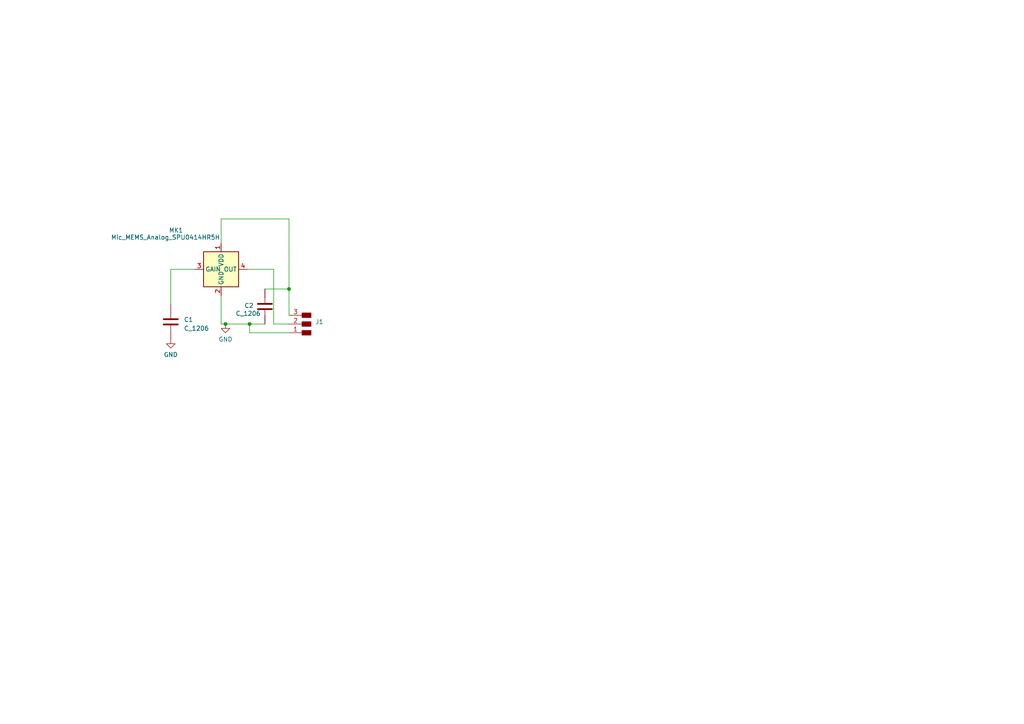
<source format=kicad_sch>
(kicad_sch (version 20230121) (generator eeschema)

  (uuid 73b17a20-829e-4643-803d-80f212ae21be)

  (paper "A4")

  (lib_symbols
    (symbol "fab:C_1206" (pin_numbers hide) (in_bom yes) (on_board yes)
      (property "Reference" "C" (at 0.635 2.54 0)
        (effects (font (size 1.27 1.27)) (justify left))
      )
      (property "Value" "C_1206" (at 0.635 -2.54 0)
        (effects (font (size 1.27 1.27)) (justify left))
      )
      (property "Footprint" "fab:C_1206" (at 0 0 0)
        (effects (font (size 1.27 1.27)) hide)
      )
      (property "Datasheet" "https://www.yageo.com/upload/media/product/productsearch/datasheet/mlcc/UPY-GP_NP0_16V-to-50V_18.pdf" (at 0 0 0)
        (effects (font (size 1.27 1.27)) hide)
      )
      (property "ki_keywords" "cap capacitor unpolarized 1206 C GRT31CC8YA106ME01L C3216X7R1H105K160AB C3216X7R2A104K160AA CC1206CRNPO9BN1R0 CC1206JRNPO9BN100 CC1206JRNPO9BN101 CC1206KKX7RCBB102 CC1206KRX7R9BB103" (at 0 0 0)
        (effects (font (size 1.27 1.27)) hide)
      )
      (property "ki_description" "Unpolarized capacitor, SMD, 1206" (at 0 0 0)
        (effects (font (size 1.27 1.27)) hide)
      )
      (property "ki_fp_filters" "*C*" (at 0 0 0)
        (effects (font (size 1.27 1.27)) hide)
      )
      (symbol "C_1206_0_1"
        (polyline
          (pts
            (xy -2.032 -0.762)
            (xy 2.032 -0.762)
          )
          (stroke (width 0.508) (type default))
          (fill (type none))
        )
        (polyline
          (pts
            (xy -2.032 0.762)
            (xy 2.032 0.762)
          )
          (stroke (width 0.508) (type default))
          (fill (type none))
        )
        (polyline
          (pts
            (xy 0 -0.635)
            (xy 0 -2.54)
          )
          (stroke (width 0) (type default))
          (fill (type none))
        )
        (polyline
          (pts
            (xy 0 0.635)
            (xy 0 2.54)
          )
          (stroke (width 0) (type default))
          (fill (type none))
        )
      )
      (symbol "C_1206_1_1"
        (pin passive line (at 0 5.08 270) (length 2.54)
          (name "~" (effects (font (size 1.27 1.27))))
          (number "1" (effects (font (size 1.27 1.27))))
        )
        (pin passive line (at 0 -5.08 90) (length 2.54)
          (name "~" (effects (font (size 1.27 1.27))))
          (number "2" (effects (font (size 1.27 1.27))))
        )
      )
    )
    (symbol "fab:Conn_PinHeader_1x03_P2.54mm_Horizontal_SMD" (pin_names hide) (in_bom yes) (on_board yes)
      (property "Reference" "J" (at 0 5.08 0)
        (effects (font (size 1.27 1.27)))
      )
      (property "Value" "Conn_PinHeader_1x03_P2.54mm_Horizontal_SMD" (at 0 -5.08 0)
        (effects (font (size 1.27 1.27)))
      )
      (property "Footprint" "fab:PinHeader_1x03_P2.54mm_Horizontal_SMD" (at 0 0 0)
        (effects (font (size 1.27 1.27)) hide)
      )
      (property "Datasheet" "~" (at 0 0 0)
        (effects (font (size 1.27 1.27)) hide)
      )
      (property "ki_keywords" "single row male connector" (at 0 0 0)
        (effects (font (size 1.27 1.27)) hide)
      )
      (property "ki_description" "Male connector, single row" (at 0 0 0)
        (effects (font (size 1.27 1.27)) hide)
      )
      (property "ki_fp_filters" "*PinHeader*1x03*" (at 0 0 0)
        (effects (font (size 1.27 1.27)) hide)
      )
      (symbol "Conn_PinHeader_1x03_P2.54mm_Horizontal_SMD_1_1"
        (rectangle (start -1.27 -1.905) (end 1.27 -3.175)
          (stroke (width 0.254) (type default))
          (fill (type outline))
        )
        (rectangle (start -1.27 0.635) (end 1.27 -0.635)
          (stroke (width 0.254) (type default))
          (fill (type outline))
        )
        (rectangle (start -1.27 3.175) (end 1.27 1.905)
          (stroke (width 0.254) (type default))
          (fill (type outline))
        )
        (pin passive line (at 5.08 2.54 180) (length 3.81)
          (name "Pin_1" (effects (font (size 1.27 1.27))))
          (number "1" (effects (font (size 1.27 1.27))))
        )
        (pin passive line (at 5.08 0 180) (length 3.81)
          (name "Pin_2" (effects (font (size 1.27 1.27))))
          (number "2" (effects (font (size 1.27 1.27))))
        )
        (pin passive line (at 5.08 -2.54 180) (length 3.81)
          (name "Pin_3" (effects (font (size 1.27 1.27))))
          (number "3" (effects (font (size 1.27 1.27))))
        )
      )
    )
    (symbol "fab:Mic_MEMS_Analog_SPU0414HR5H" (in_bom yes) (on_board yes)
      (property "Reference" "MK" (at -5.08 6.35 0)
        (effects (font (size 1.27 1.27)) (justify left))
      )
      (property "Value" "Mic_MEMS_Analog_SPU0414HR5H" (at 1.27 6.35 0)
        (effects (font (size 1.27 1.27)) (justify left))
      )
      (property "Footprint" "fab:Mic_MEMS_Analog_Knowles_SPU0414HR5H" (at 0 0 0)
        (effects (font (size 1.27 1.27)) hide)
      )
      (property "Datasheet" "https://media.digikey.com/pdf/Data%20Sheets/Knowles%20Acoustics%20PDFs/SPU0414HR5H-SB.pdf" (at 0 0 0)
        (effects (font (size 1.27 1.27)) hide)
      )
      (property "ki_keywords" "analog mems microphone mic silicon omnidirectional omni SPU0410HR5H-PB" (at 0 0 0)
        (effects (font (size 1.27 1.27)) hide)
      )
      (property "ki_description" "Analog Microphone MEMS (Silicon), 1.5V ~ 3.6V, 100Hz ~ 10kHz, Knowles SPU0414HR5H-SB-7" (at 0 0 0)
        (effects (font (size 1.27 1.27)) hide)
      )
      (property "ki_fp_filters" "*Mic*MEMS*" (at 0 0 0)
        (effects (font (size 1.27 1.27)) hide)
      )
      (symbol "Mic_MEMS_Analog_SPU0414HR5H_0_1"
        (rectangle (start -5.08 5.08) (end 5.08 -5.08)
          (stroke (width 0.254) (type default))
          (fill (type background))
        )
      )
      (symbol "Mic_MEMS_Analog_SPU0414HR5H_1_1"
        (pin power_in line (at 0 7.62 270) (length 2.54)
          (name "VDD" (effects (font (size 1.27 1.27))))
          (number "1" (effects (font (size 1.27 1.27))))
        )
        (pin power_in line (at 0 -7.62 90) (length 2.54)
          (name "GND" (effects (font (size 1.27 1.27))))
          (number "2" (effects (font (size 1.27 1.27))))
        )
        (pin bidirectional line (at -7.62 0 0) (length 2.54)
          (name "GAIN" (effects (font (size 1.27 1.27))))
          (number "3" (effects (font (size 1.27 1.27))))
        )
        (pin output line (at 7.62 0 180) (length 2.54)
          (name "OUT" (effects (font (size 1.27 1.27))))
          (number "4" (effects (font (size 1.27 1.27))))
        )
      )
    )
    (symbol "power:GND" (power) (pin_names (offset 0)) (in_bom yes) (on_board yes)
      (property "Reference" "#PWR" (at 0 -6.35 0)
        (effects (font (size 1.27 1.27)) hide)
      )
      (property "Value" "GND" (at 0 -3.81 0)
        (effects (font (size 1.27 1.27)))
      )
      (property "Footprint" "" (at 0 0 0)
        (effects (font (size 1.27 1.27)) hide)
      )
      (property "Datasheet" "" (at 0 0 0)
        (effects (font (size 1.27 1.27)) hide)
      )
      (property "ki_keywords" "global power" (at 0 0 0)
        (effects (font (size 1.27 1.27)) hide)
      )
      (property "ki_description" "Power symbol creates a global label with name \"GND\" , ground" (at 0 0 0)
        (effects (font (size 1.27 1.27)) hide)
      )
      (symbol "GND_0_1"
        (polyline
          (pts
            (xy 0 0)
            (xy 0 -1.27)
            (xy 1.27 -1.27)
            (xy 0 -2.54)
            (xy -1.27 -1.27)
            (xy 0 -1.27)
          )
          (stroke (width 0) (type default))
          (fill (type none))
        )
      )
      (symbol "GND_1_1"
        (pin power_in line (at 0 0 270) (length 0) hide
          (name "GND" (effects (font (size 1.27 1.27))))
          (number "1" (effects (font (size 1.27 1.27))))
        )
      )
    )
  )

  (junction (at 72.39 93.98) (diameter 0) (color 0 0 0 0)
    (uuid 5090babd-aaea-40e5-82f2-c35c35275b3a)
  )
  (junction (at 65.405 93.98) (diameter 0) (color 0 0 0 0)
    (uuid 7c137128-5277-44dd-9c8e-0ce61cb42ff9)
  )
  (junction (at 83.82 83.82) (diameter 0) (color 0 0 0 0)
    (uuid a99f671d-a0b6-4947-8265-a18e5b8d2b4a)
  )

  (wire (pts (xy 64.135 63.5) (xy 64.135 70.485))
    (stroke (width 0) (type default))
    (uuid 037ca3fe-d594-4f22-a34e-812e7d997ede)
  )
  (wire (pts (xy 72.39 93.98) (xy 72.39 96.52))
    (stroke (width 0) (type default))
    (uuid 0830416b-b201-4f59-8a9f-d0d3badefcaa)
  )
  (wire (pts (xy 83.82 83.82) (xy 83.82 63.5))
    (stroke (width 0) (type default))
    (uuid 1c1ec860-c5ec-409a-bc5e-f34add3c2fe5)
  )
  (wire (pts (xy 71.755 78.105) (xy 79.375 78.105))
    (stroke (width 0) (type default))
    (uuid 223ecbef-5813-40dc-86be-99cafd18ca17)
  )
  (wire (pts (xy 76.835 83.82) (xy 83.82 83.82))
    (stroke (width 0) (type default))
    (uuid 24a69afc-9922-4ed6-b8fd-ec2fd0930d48)
  )
  (wire (pts (xy 83.82 93.98) (xy 79.375 93.98))
    (stroke (width 0) (type default))
    (uuid 26ad86a8-1c4a-45bb-80f4-852adbb4fdb6)
  )
  (wire (pts (xy 64.135 93.98) (xy 64.135 85.725))
    (stroke (width 0) (type default))
    (uuid 36ae85b8-8074-4238-ab11-02922238e858)
  )
  (wire (pts (xy 65.405 93.98) (xy 64.135 93.98))
    (stroke (width 0) (type default))
    (uuid 68730b05-bae7-44a6-8ca9-c7add5362501)
  )
  (wire (pts (xy 72.39 96.52) (xy 83.82 96.52))
    (stroke (width 0) (type default))
    (uuid 69395f18-fd6c-4a6a-be4b-f8f6f3a62fbf)
  )
  (wire (pts (xy 76.835 93.98) (xy 72.39 93.98))
    (stroke (width 0) (type default))
    (uuid 7563b303-1ae2-4b68-8e96-0b0b8699adc0)
  )
  (wire (pts (xy 83.82 91.44) (xy 83.82 83.82))
    (stroke (width 0) (type default))
    (uuid a4adfe28-0a9f-4196-b282-d522b1cf172b)
  )
  (wire (pts (xy 83.82 63.5) (xy 64.135 63.5))
    (stroke (width 0) (type default))
    (uuid a81deaab-0d5f-4202-878d-5216c29019da)
  )
  (wire (pts (xy 49.53 78.105) (xy 49.53 88.265))
    (stroke (width 0) (type default))
    (uuid b26eac0c-621a-4cb7-be57-3256c71fa1f6)
  )
  (wire (pts (xy 79.375 93.98) (xy 79.375 78.105))
    (stroke (width 0) (type default))
    (uuid c4084dbd-86f6-4d92-bedd-208283609ac6)
  )
  (wire (pts (xy 72.39 93.98) (xy 65.405 93.98))
    (stroke (width 0) (type default))
    (uuid c7c5ccba-e87b-43b8-872f-7ba9f0d37db7)
  )
  (wire (pts (xy 49.53 78.105) (xy 56.515 78.105))
    (stroke (width 0) (type default))
    (uuid ce3f8270-02ee-48ae-b3a9-de151cb0588e)
  )

  (symbol (lib_id "fab:Mic_MEMS_Analog_SPU0414HR5H") (at 64.135 78.105 0) (unit 1)
    (in_bom yes) (on_board yes) (dnp no)
    (uuid 33e4c71f-500c-4b7c-bc2a-00c00eb4abb2)
    (property "Reference" "MK1" (at 51.054 66.802 0)
      (effects (font (size 1.27 1.27)))
    )
    (property "Value" "Mic_MEMS_Analog_SPU0414HR5H" (at 48.006 68.834 0)
      (effects (font (size 1.27 1.27)))
    )
    (property "Footprint" "fab:Mic_MEMS_Analog_Knowles_SPU0414HR5H" (at 64.135 78.105 0)
      (effects (font (size 1.27 1.27)) hide)
    )
    (property "Datasheet" "https://media.digikey.com/pdf/Data%20Sheets/Knowles%20Acoustics%20PDFs/SPU0414HR5H-SB.pdf" (at 64.135 78.105 0)
      (effects (font (size 1.27 1.27)) hide)
    )
    (pin "1" (uuid ffd25731-c519-47ac-9db5-e1e145d6ba59))
    (pin "2" (uuid e7a60877-2d80-40fd-a026-1b9097f1b7fd))
    (pin "3" (uuid 41cbc980-9b94-4c8a-8a07-cde4468e834a))
    (pin "4" (uuid 29e622b9-4aa0-4a85-8306-af7e94f5b03a))
    (instances
      (project "mic_board"
        (path "/73b17a20-829e-4643-803d-80f212ae21be"
          (reference "MK1") (unit 1)
        )
      )
    )
  )

  (symbol (lib_id "fab:C_1206") (at 76.835 88.9 0) (unit 1)
    (in_bom yes) (on_board yes) (dnp no)
    (uuid 5186ac60-93e6-4074-a2dc-4ab35edc865e)
    (property "Reference" "C2" (at 70.866 88.646 0)
      (effects (font (size 1.27 1.27)) (justify left))
    )
    (property "Value" "C_1206" (at 68.326 90.932 0)
      (effects (font (size 1.27 1.27)) (justify left))
    )
    (property "Footprint" "fab:C_1206" (at 76.835 88.9 0)
      (effects (font (size 1.27 1.27)) hide)
    )
    (property "Datasheet" "https://www.yageo.com/upload/media/product/productsearch/datasheet/mlcc/UPY-GP_NP0_16V-to-50V_18.pdf" (at 76.835 88.9 0)
      (effects (font (size 1.27 1.27)) hide)
    )
    (pin "1" (uuid 65ab70a3-07c2-4f1e-a50d-1efa908a558a))
    (pin "2" (uuid 9cd80626-df64-4068-8614-ce7dda8628d4))
    (instances
      (project "mic_board"
        (path "/73b17a20-829e-4643-803d-80f212ae21be"
          (reference "C2") (unit 1)
        )
      )
    )
  )

  (symbol (lib_id "power:GND") (at 49.53 98.425 0) (unit 1)
    (in_bom yes) (on_board yes) (dnp no) (fields_autoplaced)
    (uuid 6887679a-cf7c-4b2d-8018-4b95ba86ae2d)
    (property "Reference" "#PWR01" (at 49.53 104.775 0)
      (effects (font (size 1.27 1.27)) hide)
    )
    (property "Value" "GND" (at 49.53 102.87 0)
      (effects (font (size 1.27 1.27)))
    )
    (property "Footprint" "" (at 49.53 98.425 0)
      (effects (font (size 1.27 1.27)) hide)
    )
    (property "Datasheet" "" (at 49.53 98.425 0)
      (effects (font (size 1.27 1.27)) hide)
    )
    (pin "1" (uuid 794f82d9-1018-4559-81d5-c608bc45933e))
    (instances
      (project "mic_board"
        (path "/73b17a20-829e-4643-803d-80f212ae21be"
          (reference "#PWR01") (unit 1)
        )
      )
    )
  )

  (symbol (lib_id "power:GND") (at 65.405 93.98 0) (unit 1)
    (in_bom yes) (on_board yes) (dnp no) (fields_autoplaced)
    (uuid 9406ab63-fd5d-4099-96c7-b3c30935e9d6)
    (property "Reference" "#PWR02" (at 65.405 100.33 0)
      (effects (font (size 1.27 1.27)) hide)
    )
    (property "Value" "GND" (at 65.405 98.425 0)
      (effects (font (size 1.27 1.27)))
    )
    (property "Footprint" "" (at 65.405 93.98 0)
      (effects (font (size 1.27 1.27)) hide)
    )
    (property "Datasheet" "" (at 65.405 93.98 0)
      (effects (font (size 1.27 1.27)) hide)
    )
    (pin "1" (uuid 752d3bb3-7f96-46eb-be1d-931505483b55))
    (instances
      (project "mic_board"
        (path "/73b17a20-829e-4643-803d-80f212ae21be"
          (reference "#PWR02") (unit 1)
        )
      )
    )
  )

  (symbol (lib_id "fab:Conn_PinHeader_1x03_P2.54mm_Horizontal_SMD") (at 88.9 93.98 180) (unit 1)
    (in_bom yes) (on_board yes) (dnp no) (fields_autoplaced)
    (uuid b0588d37-ca51-42a1-ad84-ed9e770fec8d)
    (property "Reference" "J1" (at 91.44 93.345 0)
      (effects (font (size 1.27 1.27)) (justify right))
    )
    (property "Value" "Conn_PinHeader_1x03_P2.54mm_Horizontal_SMD" (at 91.44 95.885 0)
      (effects (font (size 1.27 1.27)) (justify right) hide)
    )
    (property "Footprint" "fab:PinHeader_1x03_P2.54mm_Vertical_THT_D1mm" (at 88.9 93.98 0)
      (effects (font (size 1.27 1.27)) hide)
    )
    (property "Datasheet" "~" (at 88.9 93.98 0)
      (effects (font (size 1.27 1.27)) hide)
    )
    (pin "1" (uuid b9b1975b-213c-4317-b8ab-8fed12acfac5))
    (pin "2" (uuid 213cc4e0-68f0-448c-8b57-3c5f1e1642e5))
    (pin "3" (uuid c0e93384-98e1-490e-8ec6-dd1093287b76))
    (instances
      (project "mic_board"
        (path "/73b17a20-829e-4643-803d-80f212ae21be"
          (reference "J1") (unit 1)
        )
      )
    )
  )

  (symbol (lib_id "fab:C_1206") (at 49.53 93.345 0) (unit 1)
    (in_bom yes) (on_board yes) (dnp no) (fields_autoplaced)
    (uuid c4dab9f0-c6f0-4c33-960c-d98994822c74)
    (property "Reference" "C1" (at 53.34 92.71 0)
      (effects (font (size 1.27 1.27)) (justify left))
    )
    (property "Value" "C_1206" (at 53.34 95.25 0)
      (effects (font (size 1.27 1.27)) (justify left))
    )
    (property "Footprint" "fab:C_1206" (at 49.53 93.345 0)
      (effects (font (size 1.27 1.27)) hide)
    )
    (property "Datasheet" "https://www.yageo.com/upload/media/product/productsearch/datasheet/mlcc/UPY-GP_NP0_16V-to-50V_18.pdf" (at 49.53 93.345 0)
      (effects (font (size 1.27 1.27)) hide)
    )
    (pin "1" (uuid f177194e-f92e-4373-9a76-ac7ec8677402))
    (pin "2" (uuid 7967b690-5208-49c7-a35e-f854866afc8f))
    (instances
      (project "mic_board"
        (path "/73b17a20-829e-4643-803d-80f212ae21be"
          (reference "C1") (unit 1)
        )
      )
    )
  )

  (sheet_instances
    (path "/" (page "1"))
  )
)

</source>
